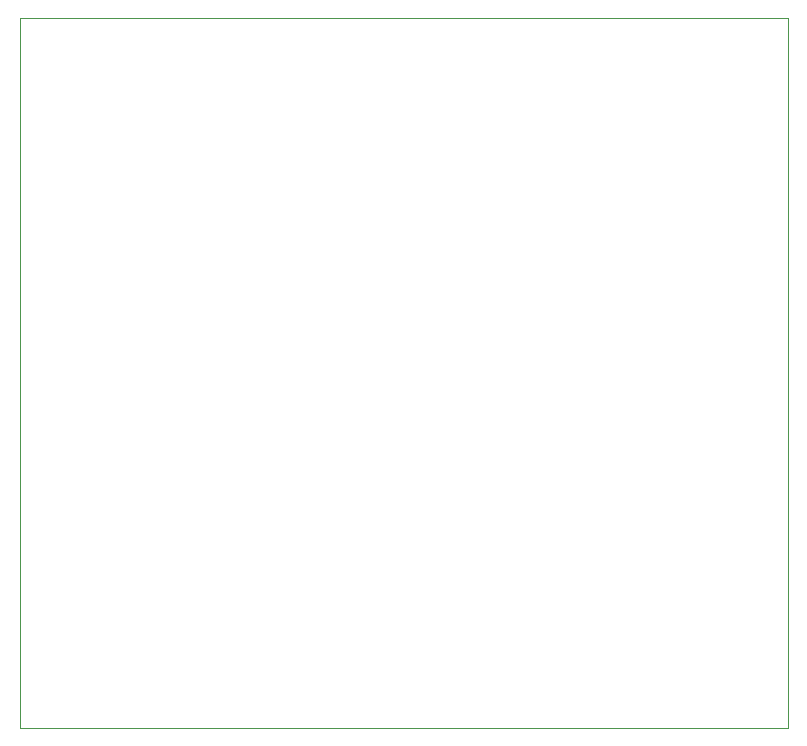
<source format=gm1>
G04 #@! TF.GenerationSoftware,KiCad,Pcbnew,(6.0.6)*
G04 #@! TF.CreationDate,2022-08-29T09:38:23+02:00*
G04 #@! TF.ProjectId,afe-ep-shield,6166652d-6570-42d7-9368-69656c642e6b,rev?*
G04 #@! TF.SameCoordinates,Original*
G04 #@! TF.FileFunction,Profile,NP*
%FSLAX46Y46*%
G04 Gerber Fmt 4.6, Leading zero omitted, Abs format (unit mm)*
G04 Created by KiCad (PCBNEW (6.0.6)) date 2022-08-29 09:38:23*
%MOMM*%
%LPD*%
G01*
G04 APERTURE LIST*
G04 #@! TA.AperFunction,Profile*
%ADD10C,0.100000*%
G04 #@! TD*
G04 APERTURE END LIST*
D10*
X124917200Y-78562200D02*
X59893200Y-78562200D01*
X59893200Y-78562200D02*
X59893200Y-18516600D01*
X59893200Y-18516600D02*
X124917200Y-18516600D01*
X124917200Y-18516600D02*
X124917200Y-78562200D01*
M02*

</source>
